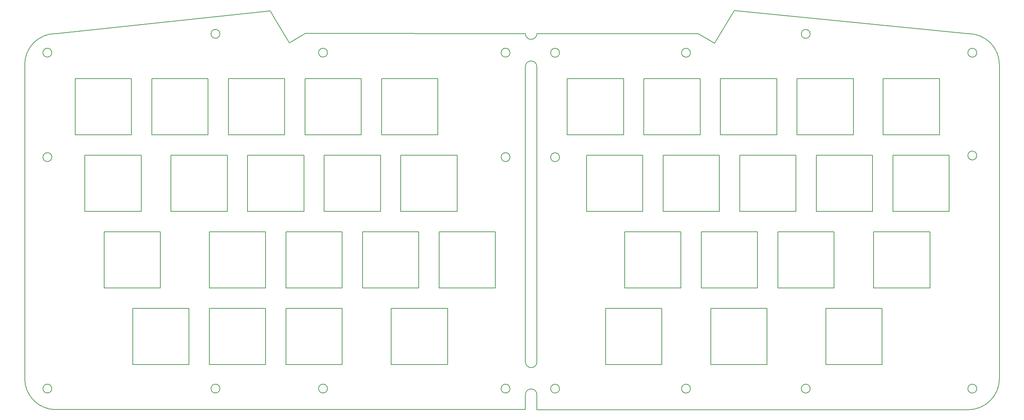
<source format=gbr>
G04 #@! TF.GenerationSoftware,KiCad,Pcbnew,(5.1.6-0-10_14)*
G04 #@! TF.CreationDate,2022-05-03T22:30:22+09:00*
G04 #@! TF.ProjectId,cool936,636f6f6c-3933-4362-9e6b-696361645f70,rev?*
G04 #@! TF.SameCoordinates,Original*
G04 #@! TF.FileFunction,Profile,NP*
%FSLAX46Y46*%
G04 Gerber Fmt 4.6, Leading zero omitted, Abs format (unit mm)*
G04 Created by KiCad (PCBNEW (5.1.6-0-10_14)) date 2022-05-03 22:30:22*
%MOMM*%
%LPD*%
G01*
G04 APERTURE LIST*
G04 #@! TA.AperFunction,Profile*
%ADD10C,0.150000*%
G04 #@! TD*
G04 APERTURE END LIST*
D10*
X84250000Y77620000D02*
X98240000Y77620000D01*
X79190000Y91620000D02*
X65200000Y91620000D01*
X65200000Y91620000D02*
X65200000Y77620000D01*
X130450000Y117120000D02*
G75*
G03*
X130450000Y117120000I-1100000J0D01*
G01*
X137140000Y121850000D02*
X177290000Y121850000D01*
X180410000Y39500000D02*
X194400000Y39500000D01*
X79190000Y77620000D02*
X79190000Y91620000D01*
X197080000Y72550000D02*
X197080000Y58550000D01*
X192020000Y58550000D02*
X192020000Y72550000D01*
X192020000Y72550000D02*
X178030000Y72550000D01*
X181360000Y119450000D02*
X177290000Y121850000D01*
X178030000Y58550000D02*
X192020000Y58550000D01*
X177740000Y96650000D02*
X177740000Y110650000D01*
X237260000Y110650000D02*
X223270000Y110650000D01*
X130450000Y91130000D02*
G75*
G03*
X130450000Y91130000I-1100000J0D01*
G01*
X177740000Y110650000D02*
X163750000Y110650000D01*
X79590000Y121880000D02*
X134280000Y121870000D01*
X215830000Y96650000D02*
X215830000Y110650000D01*
X196780000Y96650000D02*
X196780000Y110650000D01*
X182790000Y110650000D02*
X182790000Y96650000D01*
X84250000Y91620000D02*
X84250000Y77620000D01*
X168210000Y53500000D02*
X154220000Y53500000D01*
X168210000Y39500000D02*
X168210000Y53500000D01*
X88710000Y53520000D02*
X74720000Y53520000D01*
X70810000Y127510000D02*
X17490000Y121870000D01*
X158980000Y58550000D02*
X172970000Y58550000D01*
X98240000Y77620000D02*
X98240000Y91620000D01*
X201550000Y91600000D02*
X187560000Y91600000D01*
X234890000Y58550000D02*
X234890000Y72550000D01*
X239640000Y91600000D02*
X225650000Y91600000D01*
X239640000Y77600000D02*
X239640000Y91600000D01*
X252170000Y114110000D02*
X252170000Y36040103D01*
X163750000Y96650000D02*
X177740000Y96650000D01*
X163750000Y110650000D02*
X163750000Y96650000D01*
X55380000Y96670000D02*
X55380000Y110670000D01*
X41390000Y110670000D02*
X41390000Y96670000D01*
X41390000Y96670000D02*
X55380000Y96670000D01*
X9749897Y36060103D02*
X9749897Y114129897D01*
X134280654Y113629952D02*
X134290000Y111870000D01*
X168510000Y91600000D02*
X168510000Y77600000D01*
X237260000Y96650000D02*
X237260000Y110650000D01*
X58290000Y121800000D02*
G75*
G03*
X58290000Y121800000I-1100000J0D01*
G01*
X134290000Y28320000D02*
X17490000Y28320000D01*
X205100000Y33540000D02*
G75*
G03*
X205100000Y33540000I-1100000J0D01*
G01*
X186210000Y127630000D02*
X244429897Y121850103D01*
X246530000Y33540000D02*
G75*
G03*
X246530000Y33540000I-1100000J0D01*
G01*
X175320000Y33540000D02*
G75*
G03*
X175320000Y33540000I-1100000J0D01*
G01*
X220900000Y72550000D02*
X220900000Y58550000D01*
X93770000Y72570000D02*
X93770000Y58570000D01*
X117290000Y77620000D02*
X117290000Y91620000D01*
X103300000Y77620000D02*
X117290000Y77620000D01*
X69660000Y72570000D02*
X55670000Y72570000D01*
X55670000Y72570000D02*
X55670000Y58570000D01*
X29480000Y72570000D02*
X29480000Y58570000D01*
X36620000Y53520000D02*
X36620000Y39520000D01*
X24720000Y77620000D02*
X38710000Y77620000D01*
X74420000Y96670000D02*
X74420000Y110670000D01*
X88710000Y72570000D02*
X74720000Y72570000D01*
X88710000Y58570000D02*
X88710000Y72570000D01*
X74720000Y58570000D02*
X88710000Y58570000D01*
X55670000Y39520000D02*
X69660000Y39520000D01*
X114910000Y39520000D02*
X114910000Y53520000D01*
X154220000Y39500000D02*
X168210000Y39500000D01*
X194400000Y53500000D02*
X180410000Y53500000D01*
X194400000Y39500000D02*
X194400000Y53500000D01*
X180410000Y53500000D02*
X180410000Y39500000D01*
X112820000Y58570000D02*
X126810000Y58570000D01*
X234890000Y72550000D02*
X220900000Y72550000D01*
X50610000Y53520000D02*
X36620000Y53520000D01*
X197080000Y58550000D02*
X211070000Y58550000D01*
X208990000Y39500000D02*
X222980000Y39500000D01*
X60140000Y91620000D02*
X46150000Y91620000D01*
X38710000Y91620000D02*
X24720000Y91620000D01*
X46150000Y91620000D02*
X46150000Y77620000D01*
X36320000Y96670000D02*
X36320000Y110670000D01*
X22330000Y110670000D02*
X22330000Y96670000D01*
X201550000Y77600000D02*
X201550000Y91600000D01*
X158980000Y72550000D02*
X158980000Y58550000D01*
X187560000Y91600000D02*
X187560000Y77600000D01*
X134290000Y53520000D02*
X134290327Y40191090D01*
X137150000Y53440000D02*
X137140000Y111880000D01*
X130450000Y33560000D02*
G75*
G03*
X130450000Y33560000I-1100000J0D01*
G01*
X142760000Y117100000D02*
G75*
G03*
X142760000Y117100000I-1100000J0D01*
G01*
X244429897Y28300000D02*
X137150000Y28300000D01*
X85040000Y117120000D02*
G75*
G03*
X85040000Y117120000I-1100000J0D01*
G01*
X55670000Y53520000D02*
X55670000Y39520000D01*
X69660000Y39520000D02*
X69660000Y53520000D01*
X137149673Y40191138D02*
X137150000Y53440000D01*
X246530000Y117100000D02*
G75*
G03*
X246530000Y117100000I-1100000J0D01*
G01*
X16490000Y91130000D02*
G75*
G03*
X16490000Y91130000I-1100000J0D01*
G01*
X100920000Y39520000D02*
X114910000Y39520000D01*
X181360000Y119450000D02*
X186210000Y127630000D01*
X55380000Y110670000D02*
X41390000Y110670000D01*
X178030000Y72550000D02*
X178030000Y58550000D01*
X93480000Y96670000D02*
X93480000Y110670000D01*
X112530000Y110670000D02*
X98540000Y110670000D01*
X79490000Y110670000D02*
X79490000Y96670000D01*
X98540000Y96670000D02*
X112530000Y96670000D01*
X98540000Y110670000D02*
X98540000Y96670000D01*
X46150000Y77620000D02*
X60140000Y77620000D01*
X142760000Y33540000D02*
G75*
G03*
X142760000Y33540000I-1100000J0D01*
G01*
X16490000Y33560000D02*
G75*
G03*
X16490000Y33560000I-1100000J0D01*
G01*
X16490000Y117120000D02*
G75*
G03*
X16490000Y117120000I-1100000J0D01*
G01*
X100920000Y53520000D02*
X100920000Y39520000D01*
X43470000Y58570000D02*
X43470000Y72570000D01*
X29480000Y58570000D02*
X43470000Y58570000D01*
X43470000Y72570000D02*
X29480000Y72570000D01*
X163450000Y91600000D02*
X149460000Y91600000D01*
X17490000Y28320000D02*
G75*
G02*
X9749897Y36060103I0J7740103D01*
G01*
X222980000Y39500000D02*
X222980000Y53500000D01*
X208990000Y53500000D02*
X208990000Y39500000D01*
X211070000Y58550000D02*
X211070000Y72550000D01*
X211070000Y72550000D02*
X197080000Y72550000D01*
X60140000Y77620000D02*
X60140000Y91620000D01*
X36620000Y39520000D02*
X50610000Y39520000D01*
X182500000Y91600000D02*
X168510000Y91600000D01*
X144690000Y110650000D02*
X144690000Y96650000D01*
X168510000Y77600000D02*
X182500000Y77600000D01*
X137140810Y121850001D02*
G75*
G02*
X134280000Y121870000I-1430483J-1139D01*
G01*
X134280654Y113629952D02*
G75*
G02*
X137140000Y113630000I1429673J1138D01*
G01*
X137149673Y40191138D02*
G75*
G02*
X134290327Y40191090I-1429673J-1138D01*
G01*
X142760000Y91110000D02*
G75*
G03*
X142760000Y91110000I-1100000J0D01*
G01*
X154220000Y53500000D02*
X154220000Y39500000D01*
X74720000Y53520000D02*
X74720000Y39520000D01*
X88710000Y39520000D02*
X88710000Y53520000D01*
X71820000Y125770000D02*
X70810000Y127510000D01*
X74720000Y39520000D02*
X88710000Y39520000D01*
X85040000Y33560000D02*
G75*
G03*
X85040000Y33560000I-1100000J0D01*
G01*
X158680000Y110650000D02*
X144690000Y110650000D01*
X187560000Y77600000D02*
X201550000Y77600000D01*
X137150000Y28300000D02*
X137150000Y32040000D01*
X134290000Y28320000D02*
X134290654Y32039952D01*
X134290654Y32039952D02*
G75*
G02*
X137150000Y32040000I1429673J1138D01*
G01*
X205100000Y121780000D02*
G75*
G03*
X205100000Y121780000I-1100000J0D01*
G01*
X244429897Y121850103D02*
G75*
G02*
X252170000Y114110000I0J-7740103D01*
G01*
X196780000Y110650000D02*
X182790000Y110650000D01*
X182790000Y96650000D02*
X196780000Y96650000D01*
X71820000Y125770000D02*
X75550000Y119570000D01*
X74720000Y72570000D02*
X74720000Y58570000D01*
X175320000Y117100000D02*
G75*
G03*
X175320000Y117100000I-1100000J0D01*
G01*
X65200000Y77620000D02*
X79190000Y77620000D01*
X69660000Y53520000D02*
X55670000Y53520000D01*
X201840000Y110650000D02*
X201840000Y96650000D01*
X206610000Y77600000D02*
X220600000Y77600000D01*
X206610000Y91600000D02*
X206610000Y77600000D01*
X22330000Y96670000D02*
X36320000Y96670000D01*
X38710000Y77620000D02*
X38710000Y91620000D01*
X24720000Y91620000D02*
X24720000Y77620000D01*
X126810000Y72570000D02*
X112820000Y72570000D01*
X36320000Y110670000D02*
X22330000Y110670000D01*
X126810000Y58570000D02*
X126810000Y72570000D01*
X79490000Y96670000D02*
X93480000Y96670000D01*
X117290000Y91620000D02*
X103300000Y91620000D01*
X201840000Y96650000D02*
X215830000Y96650000D01*
X182500000Y77600000D02*
X182500000Y91600000D01*
X98240000Y91620000D02*
X84250000Y91620000D01*
X137140000Y111880000D02*
X137140000Y113630000D01*
X93480000Y110670000D02*
X79490000Y110670000D01*
X69660000Y58570000D02*
X69660000Y72570000D01*
X50610000Y39520000D02*
X50610000Y53520000D01*
X107760000Y72570000D02*
X93770000Y72570000D01*
X107760000Y58570000D02*
X107760000Y72570000D01*
X114910000Y53520000D02*
X100920000Y53520000D01*
X220600000Y91600000D02*
X206610000Y91600000D01*
X220600000Y77600000D02*
X220600000Y91600000D01*
X60430000Y110670000D02*
X60430000Y96670000D01*
X60430000Y96670000D02*
X74420000Y96670000D01*
X74420000Y110670000D02*
X60430000Y110670000D01*
X223270000Y96650000D02*
X237260000Y96650000D01*
X223270000Y110650000D02*
X223270000Y96650000D01*
X103300000Y91620000D02*
X103300000Y77620000D01*
X246530000Y91530000D02*
G75*
G03*
X246530000Y91530000I-1100000J0D01*
G01*
X172970000Y72550000D02*
X158980000Y72550000D01*
X172970000Y58550000D02*
X172970000Y72550000D01*
X75550000Y119570000D02*
X79590000Y121880000D01*
X134290000Y111870000D02*
X134290000Y53520000D01*
X149460000Y91600000D02*
X149460000Y77600000D01*
X163450000Y77600000D02*
X163450000Y91600000D01*
X112820000Y72570000D02*
X112820000Y58570000D01*
X112530000Y96670000D02*
X112530000Y110670000D01*
X222980000Y53500000D02*
X208990000Y53500000D01*
X9749897Y114129897D02*
G75*
G02*
X17490000Y121870000I7740103J0D01*
G01*
X58290000Y33560000D02*
G75*
G03*
X58290000Y33560000I-1100000J0D01*
G01*
X220900000Y58550000D02*
X234890000Y58550000D01*
X225650000Y77600000D02*
X239640000Y77600000D01*
X225650000Y91600000D02*
X225650000Y77600000D01*
X149460000Y77600000D02*
X163450000Y77600000D01*
X55670000Y58570000D02*
X69660000Y58570000D01*
X93770000Y58570000D02*
X107760000Y58570000D01*
X158680000Y96650000D02*
X158680000Y110650000D01*
X144690000Y96650000D02*
X158680000Y96650000D01*
X215830000Y110650000D02*
X201840000Y110650000D01*
X252170000Y36040103D02*
G75*
G02*
X244429897Y28300000I-7740103J0D01*
G01*
M02*

</source>
